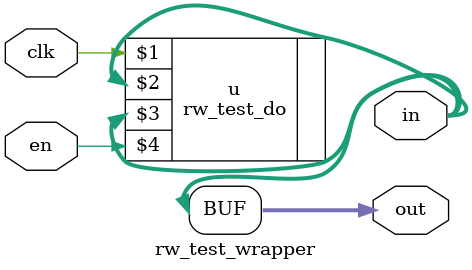
<source format=v>
`timescale 1ns / 1ps


module rw_test_wrapper(clk,out,in,en);

input clk,en;
output reg [5:0] out=0;

output [5:0] in;

rw_test_do u(clk,out,in,en);

always @(*) begin
    out <= in;
end

endmodule

</source>
